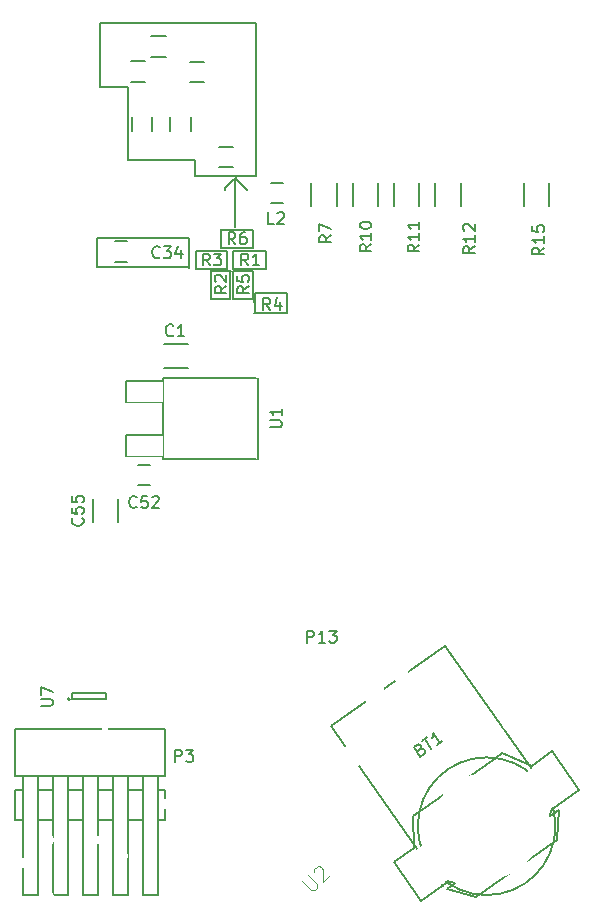
<source format=gbr>
G04 #@! TF.FileFunction,Legend,Top*
%FSLAX46Y46*%
G04 Gerber Fmt 4.6, Leading zero omitted, Abs format (unit mm)*
G04 Created by KiCad (PCBNEW 4.0.2-4+6225~38~ubuntu15.04.1-stable) date Mi 16 Mär 2016 01:27:49 CET*
%MOMM*%
G01*
G04 APERTURE LIST*
%ADD10C,0.150000*%
%ADD11C,0.200000*%
%ADD12C,0.088900*%
%ADD13C,1.700000*%
%ADD14C,4.000000*%
%ADD15C,3.649980*%
%ADD16R,1.501140X1.501140*%
%ADD17C,1.501140*%
%ADD18R,1.500000X1.300000*%
%ADD19R,1.300000X1.500000*%
%ADD20R,1.000000X1.250000*%
%ADD21R,1.500000X1.250000*%
%ADD22R,1.700000X0.900000*%
%ADD23R,3.048000X1.651000*%
%ADD24R,6.096000X6.096000*%
%ADD25R,1.050000X1.050000*%
%ADD26C,1.050000*%
%ADD27O,2.000000X3.014980*%
%ADD28O,3.014980X2.000000*%
%ADD29R,1.000000X1.600000*%
%ADD30R,1.600000X1.000000*%
%ADD31R,0.650000X1.060000*%
%ADD32R,1.270000X3.270000*%
%ADD33C,9.000000*%
%ADD34C,2.000000*%
%ADD35C,0.889000*%
%ADD36C,0.600000*%
G04 APERTURE END LIST*
D10*
D11*
X16078200Y-22110700D02*
X16078200Y-21983700D01*
X8293100Y-22110700D02*
X16078200Y-22110700D01*
X8293100Y-19646900D02*
X8293100Y-22110700D01*
X16052800Y-19646900D02*
X8293100Y-19646900D01*
X16052800Y-22174200D02*
X16052800Y-19646900D01*
X20015200Y-14427200D02*
X20015200Y-14605000D01*
X16560800Y-14427200D02*
X20015200Y-14427200D01*
X16560800Y-13081000D02*
X16560800Y-14427200D01*
X10922000Y-13081000D02*
X16560800Y-13081000D01*
X10922000Y-6883400D02*
X10922000Y-13081000D01*
X8509000Y-6883400D02*
X10922000Y-6883400D01*
X8509000Y-1498600D02*
X8509000Y-6883400D01*
X21742400Y-1498600D02*
X8509000Y-1498600D01*
X21742400Y-14452600D02*
X21742400Y-1498600D01*
X19989800Y-14452600D02*
X21742400Y-14452600D01*
X19126200Y-15392400D02*
X19126200Y-15621000D01*
X19888200Y-14630400D02*
X19126200Y-15392400D01*
X20980400Y-15570200D02*
X20980400Y-15621000D01*
X19989800Y-14579600D02*
X20980400Y-15570200D01*
X19989800Y-18694400D02*
X19989800Y-14579600D01*
X21666200Y-25984200D02*
X21615400Y-25984200D01*
X21666200Y-24333200D02*
X21666200Y-25984200D01*
X24409400Y-24333200D02*
X21666200Y-24333200D01*
X24409400Y-26035000D02*
X24409400Y-24333200D01*
X21615400Y-26035000D02*
X24409400Y-26035000D01*
X19329400Y-20751800D02*
X19329400Y-22250400D01*
X16687800Y-20751800D02*
X19329400Y-20751800D01*
X16687800Y-22326600D02*
X16687800Y-20751800D01*
X19202400Y-22326600D02*
X16687800Y-22326600D01*
X19659600Y-22479000D02*
X19100800Y-22479000D01*
X17932400Y-22479000D02*
X19659600Y-22479000D01*
X17907000Y-24841200D02*
X17907000Y-22352000D01*
X19583400Y-24841200D02*
X17907000Y-24841200D01*
X19583400Y-22453600D02*
X19583400Y-24841200D01*
X21539200Y-24841200D02*
X21539200Y-25044400D01*
X19837400Y-24841200D02*
X21539200Y-24841200D01*
X19837400Y-22453600D02*
X19837400Y-24841200D01*
X21513800Y-22453600D02*
X19837400Y-22453600D01*
X21513800Y-24866600D02*
X21513800Y-22453600D01*
X20243800Y-20777200D02*
X20243800Y-20726400D01*
X19812000Y-20777200D02*
X20243800Y-20777200D01*
X19812000Y-22275800D02*
X19812000Y-20777200D01*
X22631400Y-22275800D02*
X19812000Y-22275800D01*
X22631400Y-20777200D02*
X22631400Y-22275800D01*
X20243800Y-20777200D02*
X22631400Y-20777200D01*
X19405600Y-19024600D02*
X18872200Y-19024600D01*
X18821400Y-20472400D02*
X18821400Y-18897600D01*
X21513800Y-20472400D02*
X18821400Y-20472400D01*
X21513800Y-18999200D02*
X21513800Y-20472400D01*
X19405600Y-18999200D02*
X21513800Y-18999200D01*
D10*
X11150000Y-4675000D02*
X12350000Y-4675000D01*
X12350000Y-6425000D02*
X11150000Y-6425000D01*
X12975000Y-9450000D02*
X12975000Y-10650000D01*
X11225000Y-10650000D02*
X11225000Y-9450000D01*
X18600000Y-11925000D02*
X19800000Y-11925000D01*
X19800000Y-13675000D02*
X18600000Y-13675000D01*
X16225000Y-9450000D02*
X16225000Y-10650000D01*
X14475000Y-10650000D02*
X14475000Y-9450000D01*
X12900000Y-2575000D02*
X14100000Y-2575000D01*
X14100000Y-4325000D02*
X12900000Y-4325000D01*
X12750000Y-38900000D02*
X11750000Y-38900000D01*
X11750000Y-40600000D02*
X12750000Y-40600000D01*
X24034000Y-15009000D02*
X23034000Y-15009000D01*
X23034000Y-16709000D02*
X24034000Y-16709000D01*
X16150000Y-4725000D02*
X17350000Y-4725000D01*
X17350000Y-6475000D02*
X16150000Y-6475000D01*
X26425000Y-17000000D02*
X26425000Y-15000000D01*
X28575000Y-15000000D02*
X28575000Y-17000000D01*
X29925000Y-17000000D02*
X29925000Y-15000000D01*
X32075000Y-15000000D02*
X32075000Y-17000000D01*
X33425000Y-17000000D02*
X33425000Y-15000000D01*
X35575000Y-15000000D02*
X35575000Y-17000000D01*
X36925000Y-17000000D02*
X36925000Y-15000000D01*
X39075000Y-15000000D02*
X39075000Y-17000000D01*
X44425000Y-17000000D02*
X44425000Y-15000000D01*
X46575000Y-15000000D02*
X46575000Y-17000000D01*
X13882000Y-36369500D02*
X10707000Y-36369500D01*
X10707000Y-36369500D02*
X10707000Y-38147500D01*
X10707000Y-38147500D02*
X13882000Y-38147500D01*
X13882000Y-31797500D02*
X10707000Y-31797500D01*
X10707000Y-31797500D02*
X10707000Y-33575500D01*
X10707000Y-33575500D02*
X13882000Y-33575500D01*
X19978000Y-38401500D02*
X13882000Y-38401500D01*
X13882000Y-38401500D02*
X13882000Y-31543500D01*
X13882000Y-31543500D02*
X21756000Y-31543500D01*
X21883000Y-31543500D02*
X21883000Y-38401500D01*
X21756000Y-38401500D02*
X19978000Y-38401500D01*
X9826000Y-21662000D02*
X10826000Y-21662000D01*
X10826000Y-19962000D02*
X9826000Y-19962000D01*
X13961500Y-30663500D02*
X15961500Y-30663500D01*
X15961500Y-28613500D02*
X13961500Y-28613500D01*
X7975000Y-41750000D02*
X7975000Y-43750000D01*
X10025000Y-43750000D02*
X10025000Y-41750000D01*
X5996500Y-58720000D02*
G75*
G03X5996500Y-58720000I-100000J0D01*
G01*
X6146500Y-58170000D02*
X6146500Y-58670000D01*
X9046500Y-58170000D02*
X6146500Y-58170000D01*
X9046500Y-58670000D02*
X9046500Y-58170000D01*
X6146500Y-58670000D02*
X9046500Y-58670000D01*
X1985000Y-68950000D02*
X1350000Y-68950000D01*
X1985000Y-66375000D02*
X1350000Y-66375000D01*
X4525000Y-66375000D02*
X3255000Y-66375000D01*
X5795000Y-66375000D02*
X7065000Y-66375000D01*
X9605000Y-66375000D02*
X8335000Y-66375000D01*
X12145000Y-66375000D02*
X10875000Y-66375000D01*
X14050000Y-66375000D02*
X13415000Y-66375000D01*
X13450000Y-68950000D02*
X14050000Y-68950000D01*
X10875000Y-68950000D02*
X12145000Y-68950000D01*
X8335000Y-68950000D02*
X9605000Y-68950000D01*
X4525000Y-68950000D02*
X3255000Y-68950000D01*
X7065000Y-68950000D02*
X5795000Y-68950000D01*
X3255000Y-65200000D02*
X3255000Y-75265000D01*
X3255000Y-75265000D02*
X1985000Y-75265000D01*
X1985000Y-75265000D02*
X1985000Y-65200000D01*
X5795000Y-65200000D02*
X5795000Y-75265000D01*
X5795000Y-75265000D02*
X4525000Y-75265000D01*
X4525000Y-75265000D02*
X4525000Y-65200000D01*
X8335000Y-65200000D02*
X8335000Y-75265000D01*
X8335000Y-75265000D02*
X7065000Y-75265000D01*
X7065000Y-75265000D02*
X7065000Y-65200000D01*
X10875000Y-65200000D02*
X10875000Y-75265000D01*
X10875000Y-75265000D02*
X9605000Y-75265000D01*
X9605000Y-75265000D02*
X9605000Y-65200000D01*
X13415000Y-75265000D02*
X13415000Y-65200000D01*
X13415000Y-75265000D02*
X12145000Y-75265000D01*
X12145000Y-75265000D02*
X12145000Y-65200000D01*
X1350000Y-68950000D02*
X1350000Y-66450000D01*
X14050000Y-66450000D02*
X14050000Y-68950000D01*
X14050000Y-63200000D02*
X14050000Y-65200000D01*
X14050000Y-65200000D02*
X1350000Y-65200000D01*
X1350000Y-65200000D02*
X1350000Y-61200000D01*
X1350000Y-61200000D02*
X14050000Y-61200000D01*
X14050000Y-61200000D02*
X14050000Y-63200000D01*
X37589156Y-74491405D02*
X28125145Y-60975396D01*
X28125145Y-60975396D02*
X37791139Y-54207194D01*
X37791139Y-54207194D02*
X46107997Y-66084899D01*
X46107997Y-66084899D02*
X46026082Y-66142257D01*
X47105952Y-69469000D02*
G75*
G03X47105952Y-69469000I-5830952J0D01*
G01*
X42085230Y-63652340D02*
X42576721Y-63308195D01*
X42576721Y-63308195D02*
X45124675Y-64331880D01*
X35040522Y-68585098D02*
X35131020Y-71329512D01*
X35532013Y-68240952D02*
X35040522Y-68585098D01*
X40358298Y-75482290D02*
X47239175Y-70664248D01*
X47239175Y-70664248D02*
X47402665Y-68108222D01*
X47402665Y-68108222D02*
X46665428Y-68624440D01*
X46665428Y-68624440D02*
X46763659Y-68067349D01*
X40358298Y-75482290D02*
X37900502Y-74761708D01*
X37900502Y-74761708D02*
X38637738Y-74245489D01*
X38637738Y-74245489D02*
X37941374Y-74122702D01*
X35131020Y-71329512D02*
X33410800Y-72534023D01*
X45124675Y-64331880D02*
X46844894Y-63127369D01*
X35532013Y-68240952D02*
X42085230Y-63652340D01*
X33410800Y-72534023D02*
X35705106Y-75810631D01*
X35705106Y-75810631D02*
X38080647Y-74147259D01*
X46844894Y-63127369D02*
X49139200Y-66403977D01*
X49139200Y-66403977D02*
X46763659Y-68067349D01*
X26090714Y-53919381D02*
X26090714Y-52919381D01*
X26471667Y-52919381D01*
X26566905Y-52967000D01*
X26614524Y-53014619D01*
X26662143Y-53109857D01*
X26662143Y-53252714D01*
X26614524Y-53347952D01*
X26566905Y-53395571D01*
X26471667Y-53443190D01*
X26090714Y-53443190D01*
X27614524Y-53919381D02*
X27043095Y-53919381D01*
X27328809Y-53919381D02*
X27328809Y-52919381D01*
X27233571Y-53062238D01*
X27138333Y-53157476D01*
X27043095Y-53205095D01*
X27947857Y-52919381D02*
X28566905Y-52919381D01*
X28233571Y-53300333D01*
X28376429Y-53300333D01*
X28471667Y-53347952D01*
X28519286Y-53395571D01*
X28566905Y-53490810D01*
X28566905Y-53728905D01*
X28519286Y-53824143D01*
X28471667Y-53871762D01*
X28376429Y-53919381D01*
X28090714Y-53919381D01*
X27995476Y-53871762D01*
X27947857Y-53824143D01*
X17841934Y-21991581D02*
X17508600Y-21515390D01*
X17270505Y-21991581D02*
X17270505Y-20991581D01*
X17651458Y-20991581D01*
X17746696Y-21039200D01*
X17794315Y-21086819D01*
X17841934Y-21182057D01*
X17841934Y-21324914D01*
X17794315Y-21420152D01*
X17746696Y-21467771D01*
X17651458Y-21515390D01*
X17270505Y-21515390D01*
X18175267Y-20991581D02*
X18794315Y-20991581D01*
X18460981Y-21372533D01*
X18603839Y-21372533D01*
X18699077Y-21420152D01*
X18746696Y-21467771D01*
X18794315Y-21563010D01*
X18794315Y-21801105D01*
X18746696Y-21896343D01*
X18699077Y-21943962D01*
X18603839Y-21991581D01*
X18318124Y-21991581D01*
X18222886Y-21943962D01*
X18175267Y-21896343D01*
D12*
X25671814Y-74131834D02*
X26398787Y-74858807D01*
X26527076Y-74901570D01*
X26612603Y-74901571D01*
X26740893Y-74858807D01*
X26911944Y-74687755D01*
X26954708Y-74559465D01*
X26954707Y-74473939D01*
X26911944Y-74345650D01*
X26184972Y-73618677D01*
X26655366Y-73319335D02*
X26655366Y-73233809D01*
X26698129Y-73105520D01*
X26911944Y-72891704D01*
X27040234Y-72848940D01*
X27125760Y-72848940D01*
X27254050Y-72891704D01*
X27339576Y-72977230D01*
X27425102Y-73148283D01*
X27425102Y-74174597D01*
X27981023Y-73618677D01*
D10*
X19248381Y-23737866D02*
X18772190Y-24071200D01*
X19248381Y-24309295D02*
X18248381Y-24309295D01*
X18248381Y-23928342D01*
X18296000Y-23833104D01*
X18343619Y-23785485D01*
X18438857Y-23737866D01*
X18581714Y-23737866D01*
X18676952Y-23785485D01*
X18724571Y-23833104D01*
X18772190Y-23928342D01*
X18772190Y-24309295D01*
X18343619Y-23356914D02*
X18296000Y-23309295D01*
X18248381Y-23214057D01*
X18248381Y-22975961D01*
X18296000Y-22880723D01*
X18343619Y-22833104D01*
X18438857Y-22785485D01*
X18534095Y-22785485D01*
X18676952Y-22833104D01*
X19248381Y-23404533D01*
X19248381Y-22785485D01*
X22947334Y-25750781D02*
X22614000Y-25274590D01*
X22375905Y-25750781D02*
X22375905Y-24750781D01*
X22756858Y-24750781D01*
X22852096Y-24798400D01*
X22899715Y-24846019D01*
X22947334Y-24941257D01*
X22947334Y-25084114D01*
X22899715Y-25179352D01*
X22852096Y-25226971D01*
X22756858Y-25274590D01*
X22375905Y-25274590D01*
X23804477Y-25084114D02*
X23804477Y-25750781D01*
X23566381Y-24703162D02*
X23328286Y-25417448D01*
X23947334Y-25417448D01*
X21153381Y-23763266D02*
X20677190Y-24096600D01*
X21153381Y-24334695D02*
X20153381Y-24334695D01*
X20153381Y-23953742D01*
X20201000Y-23858504D01*
X20248619Y-23810885D01*
X20343857Y-23763266D01*
X20486714Y-23763266D01*
X20581952Y-23810885D01*
X20629571Y-23858504D01*
X20677190Y-23953742D01*
X20677190Y-24334695D01*
X20153381Y-22858504D02*
X20153381Y-23334695D01*
X20629571Y-23382314D01*
X20581952Y-23334695D01*
X20534333Y-23239457D01*
X20534333Y-23001361D01*
X20581952Y-22906123D01*
X20629571Y-22858504D01*
X20724810Y-22810885D01*
X20962905Y-22810885D01*
X21058143Y-22858504D01*
X21105762Y-22906123D01*
X21153381Y-23001361D01*
X21153381Y-23239457D01*
X21105762Y-23334695D01*
X21058143Y-23382314D01*
X20000934Y-20188181D02*
X19667600Y-19711990D01*
X19429505Y-20188181D02*
X19429505Y-19188181D01*
X19810458Y-19188181D01*
X19905696Y-19235800D01*
X19953315Y-19283419D01*
X20000934Y-19378657D01*
X20000934Y-19521514D01*
X19953315Y-19616752D01*
X19905696Y-19664371D01*
X19810458Y-19711990D01*
X19429505Y-19711990D01*
X20858077Y-19188181D02*
X20667600Y-19188181D01*
X20572362Y-19235800D01*
X20524743Y-19283419D01*
X20429505Y-19426276D01*
X20381886Y-19616752D01*
X20381886Y-19997705D01*
X20429505Y-20092943D01*
X20477124Y-20140562D01*
X20572362Y-20188181D01*
X20762839Y-20188181D01*
X20858077Y-20140562D01*
X20905696Y-20092943D01*
X20953315Y-19997705D01*
X20953315Y-19759610D01*
X20905696Y-19664371D01*
X20858077Y-19616752D01*
X20762839Y-19569133D01*
X20572362Y-19569133D01*
X20477124Y-19616752D01*
X20429505Y-19664371D01*
X20381886Y-19759610D01*
X11638043Y-42419543D02*
X11590424Y-42467162D01*
X11447567Y-42514781D01*
X11352329Y-42514781D01*
X11209471Y-42467162D01*
X11114233Y-42371924D01*
X11066614Y-42276686D01*
X11018995Y-42086210D01*
X11018995Y-41943352D01*
X11066614Y-41752876D01*
X11114233Y-41657638D01*
X11209471Y-41562400D01*
X11352329Y-41514781D01*
X11447567Y-41514781D01*
X11590424Y-41562400D01*
X11638043Y-41610019D01*
X12542805Y-41514781D02*
X12066614Y-41514781D01*
X12018995Y-41990971D01*
X12066614Y-41943352D01*
X12161852Y-41895733D01*
X12399948Y-41895733D01*
X12495186Y-41943352D01*
X12542805Y-41990971D01*
X12590424Y-42086210D01*
X12590424Y-42324305D01*
X12542805Y-42419543D01*
X12495186Y-42467162D01*
X12399948Y-42514781D01*
X12161852Y-42514781D01*
X12066614Y-42467162D01*
X12018995Y-42419543D01*
X12971376Y-41610019D02*
X13018995Y-41562400D01*
X13114233Y-41514781D01*
X13352329Y-41514781D01*
X13447567Y-41562400D01*
X13495186Y-41610019D01*
X13542805Y-41705257D01*
X13542805Y-41800495D01*
X13495186Y-41943352D01*
X12923757Y-42514781D01*
X13542805Y-42514781D01*
X23277534Y-18460981D02*
X22801343Y-18460981D01*
X22801343Y-17460981D01*
X23563248Y-17556219D02*
X23610867Y-17508600D01*
X23706105Y-17460981D01*
X23944201Y-17460981D01*
X24039439Y-17508600D01*
X24087058Y-17556219D01*
X24134677Y-17651457D01*
X24134677Y-17746695D01*
X24087058Y-17889552D01*
X23515629Y-18460981D01*
X24134677Y-18460981D01*
X21093134Y-21991581D02*
X20759800Y-21515390D01*
X20521705Y-21991581D02*
X20521705Y-20991581D01*
X20902658Y-20991581D01*
X20997896Y-21039200D01*
X21045515Y-21086819D01*
X21093134Y-21182057D01*
X21093134Y-21324914D01*
X21045515Y-21420152D01*
X20997896Y-21467771D01*
X20902658Y-21515390D01*
X20521705Y-21515390D01*
X22045515Y-21991581D02*
X21474086Y-21991581D01*
X21759800Y-21991581D02*
X21759800Y-20991581D01*
X21664562Y-21134438D01*
X21569324Y-21229676D01*
X21474086Y-21277295D01*
X28112981Y-19445266D02*
X27636790Y-19778600D01*
X28112981Y-20016695D02*
X27112981Y-20016695D01*
X27112981Y-19635742D01*
X27160600Y-19540504D01*
X27208219Y-19492885D01*
X27303457Y-19445266D01*
X27446314Y-19445266D01*
X27541552Y-19492885D01*
X27589171Y-19540504D01*
X27636790Y-19635742D01*
X27636790Y-20016695D01*
X27112981Y-19111933D02*
X27112981Y-18445266D01*
X28112981Y-18873838D01*
X31516581Y-20200857D02*
X31040390Y-20534191D01*
X31516581Y-20772286D02*
X30516581Y-20772286D01*
X30516581Y-20391333D01*
X30564200Y-20296095D01*
X30611819Y-20248476D01*
X30707057Y-20200857D01*
X30849914Y-20200857D01*
X30945152Y-20248476D01*
X30992771Y-20296095D01*
X31040390Y-20391333D01*
X31040390Y-20772286D01*
X31516581Y-19248476D02*
X31516581Y-19819905D01*
X31516581Y-19534191D02*
X30516581Y-19534191D01*
X30659438Y-19629429D01*
X30754676Y-19724667D01*
X30802295Y-19819905D01*
X30516581Y-18629429D02*
X30516581Y-18534190D01*
X30564200Y-18438952D01*
X30611819Y-18391333D01*
X30707057Y-18343714D01*
X30897533Y-18296095D01*
X31135629Y-18296095D01*
X31326105Y-18343714D01*
X31421343Y-18391333D01*
X31468962Y-18438952D01*
X31516581Y-18534190D01*
X31516581Y-18629429D01*
X31468962Y-18724667D01*
X31421343Y-18772286D01*
X31326105Y-18819905D01*
X31135629Y-18867524D01*
X30897533Y-18867524D01*
X30707057Y-18819905D01*
X30611819Y-18772286D01*
X30564200Y-18724667D01*
X30516581Y-18629429D01*
X35580581Y-20226257D02*
X35104390Y-20559591D01*
X35580581Y-20797686D02*
X34580581Y-20797686D01*
X34580581Y-20416733D01*
X34628200Y-20321495D01*
X34675819Y-20273876D01*
X34771057Y-20226257D01*
X34913914Y-20226257D01*
X35009152Y-20273876D01*
X35056771Y-20321495D01*
X35104390Y-20416733D01*
X35104390Y-20797686D01*
X35580581Y-19273876D02*
X35580581Y-19845305D01*
X35580581Y-19559591D02*
X34580581Y-19559591D01*
X34723438Y-19654829D01*
X34818676Y-19750067D01*
X34866295Y-19845305D01*
X35580581Y-18321495D02*
X35580581Y-18892924D01*
X35580581Y-18607210D02*
X34580581Y-18607210D01*
X34723438Y-18702448D01*
X34818676Y-18797686D01*
X34866295Y-18892924D01*
X40279581Y-20378657D02*
X39803390Y-20711991D01*
X40279581Y-20950086D02*
X39279581Y-20950086D01*
X39279581Y-20569133D01*
X39327200Y-20473895D01*
X39374819Y-20426276D01*
X39470057Y-20378657D01*
X39612914Y-20378657D01*
X39708152Y-20426276D01*
X39755771Y-20473895D01*
X39803390Y-20569133D01*
X39803390Y-20950086D01*
X40279581Y-19426276D02*
X40279581Y-19997705D01*
X40279581Y-19711991D02*
X39279581Y-19711991D01*
X39422438Y-19807229D01*
X39517676Y-19902467D01*
X39565295Y-19997705D01*
X39374819Y-19045324D02*
X39327200Y-18997705D01*
X39279581Y-18902467D01*
X39279581Y-18664371D01*
X39327200Y-18569133D01*
X39374819Y-18521514D01*
X39470057Y-18473895D01*
X39565295Y-18473895D01*
X39708152Y-18521514D01*
X40279581Y-19092943D01*
X40279581Y-18473895D01*
X46146981Y-20480257D02*
X45670790Y-20813591D01*
X46146981Y-21051686D02*
X45146981Y-21051686D01*
X45146981Y-20670733D01*
X45194600Y-20575495D01*
X45242219Y-20527876D01*
X45337457Y-20480257D01*
X45480314Y-20480257D01*
X45575552Y-20527876D01*
X45623171Y-20575495D01*
X45670790Y-20670733D01*
X45670790Y-21051686D01*
X46146981Y-19527876D02*
X46146981Y-20099305D01*
X46146981Y-19813591D02*
X45146981Y-19813591D01*
X45289838Y-19908829D01*
X45385076Y-20004067D01*
X45432695Y-20099305D01*
X45146981Y-18623114D02*
X45146981Y-19099305D01*
X45623171Y-19146924D01*
X45575552Y-19099305D01*
X45527933Y-19004067D01*
X45527933Y-18765971D01*
X45575552Y-18670733D01*
X45623171Y-18623114D01*
X45718410Y-18575495D01*
X45956505Y-18575495D01*
X46051743Y-18623114D01*
X46099362Y-18670733D01*
X46146981Y-18765971D01*
X46146981Y-19004067D01*
X46099362Y-19099305D01*
X46051743Y-19146924D01*
X22921981Y-35686905D02*
X23731505Y-35686905D01*
X23826743Y-35639286D01*
X23874362Y-35591667D01*
X23921981Y-35496429D01*
X23921981Y-35305952D01*
X23874362Y-35210714D01*
X23826743Y-35163095D01*
X23731505Y-35115476D01*
X22921981Y-35115476D01*
X23921981Y-34115476D02*
X23921981Y-34686905D01*
X23921981Y-34401191D02*
X22921981Y-34401191D01*
X23064838Y-34496429D01*
X23160076Y-34591667D01*
X23207695Y-34686905D01*
X13593843Y-21274043D02*
X13546224Y-21321662D01*
X13403367Y-21369281D01*
X13308129Y-21369281D01*
X13165271Y-21321662D01*
X13070033Y-21226424D01*
X13022414Y-21131186D01*
X12974795Y-20940710D01*
X12974795Y-20797852D01*
X13022414Y-20607376D01*
X13070033Y-20512138D01*
X13165271Y-20416900D01*
X13308129Y-20369281D01*
X13403367Y-20369281D01*
X13546224Y-20416900D01*
X13593843Y-20464519D01*
X13927176Y-20369281D02*
X14546224Y-20369281D01*
X14212890Y-20750233D01*
X14355748Y-20750233D01*
X14450986Y-20797852D01*
X14498605Y-20845471D01*
X14546224Y-20940710D01*
X14546224Y-21178805D01*
X14498605Y-21274043D01*
X14450986Y-21321662D01*
X14355748Y-21369281D01*
X14070033Y-21369281D01*
X13974795Y-21321662D01*
X13927176Y-21274043D01*
X15403367Y-20702614D02*
X15403367Y-21369281D01*
X15165271Y-20321662D02*
X14927176Y-21035948D01*
X15546224Y-21035948D01*
X14743134Y-27890743D02*
X14695515Y-27938362D01*
X14552658Y-27985981D01*
X14457420Y-27985981D01*
X14314562Y-27938362D01*
X14219324Y-27843124D01*
X14171705Y-27747886D01*
X14124086Y-27557410D01*
X14124086Y-27414552D01*
X14171705Y-27224076D01*
X14219324Y-27128838D01*
X14314562Y-27033600D01*
X14457420Y-26985981D01*
X14552658Y-26985981D01*
X14695515Y-27033600D01*
X14743134Y-27081219D01*
X15695515Y-27985981D02*
X15124086Y-27985981D01*
X15409800Y-27985981D02*
X15409800Y-26985981D01*
X15314562Y-27128838D01*
X15219324Y-27224076D01*
X15124086Y-27271695D01*
X7057143Y-43392857D02*
X7104762Y-43440476D01*
X7152381Y-43583333D01*
X7152381Y-43678571D01*
X7104762Y-43821429D01*
X7009524Y-43916667D01*
X6914286Y-43964286D01*
X6723810Y-44011905D01*
X6580952Y-44011905D01*
X6390476Y-43964286D01*
X6295238Y-43916667D01*
X6200000Y-43821429D01*
X6152381Y-43678571D01*
X6152381Y-43583333D01*
X6200000Y-43440476D01*
X6247619Y-43392857D01*
X6152381Y-42488095D02*
X6152381Y-42964286D01*
X6628571Y-43011905D01*
X6580952Y-42964286D01*
X6533333Y-42869048D01*
X6533333Y-42630952D01*
X6580952Y-42535714D01*
X6628571Y-42488095D01*
X6723810Y-42440476D01*
X6961905Y-42440476D01*
X7057143Y-42488095D01*
X7104762Y-42535714D01*
X7152381Y-42630952D01*
X7152381Y-42869048D01*
X7104762Y-42964286D01*
X7057143Y-43011905D01*
X6152381Y-41535714D02*
X6152381Y-42011905D01*
X6628571Y-42059524D01*
X6580952Y-42011905D01*
X6533333Y-41916667D01*
X6533333Y-41678571D01*
X6580952Y-41583333D01*
X6628571Y-41535714D01*
X6723810Y-41488095D01*
X6961905Y-41488095D01*
X7057143Y-41535714D01*
X7104762Y-41583333D01*
X7152381Y-41678571D01*
X7152381Y-41916667D01*
X7104762Y-42011905D01*
X7057143Y-42059524D01*
X3541781Y-59283505D02*
X4351305Y-59283505D01*
X4446543Y-59235886D01*
X4494162Y-59188267D01*
X4541781Y-59093029D01*
X4541781Y-58902552D01*
X4494162Y-58807314D01*
X4446543Y-58759695D01*
X4351305Y-58712076D01*
X3541781Y-58712076D01*
X3541781Y-58331124D02*
X3541781Y-57664457D01*
X4541781Y-58093029D01*
X14908305Y-64003181D02*
X14908305Y-63003181D01*
X15289258Y-63003181D01*
X15384496Y-63050800D01*
X15432115Y-63098419D01*
X15479734Y-63193657D01*
X15479734Y-63336514D01*
X15432115Y-63431752D01*
X15384496Y-63479371D01*
X15289258Y-63526990D01*
X14908305Y-63526990D01*
X15813067Y-63003181D02*
X16432115Y-63003181D01*
X16098781Y-63384133D01*
X16241639Y-63384133D01*
X16336877Y-63431752D01*
X16384496Y-63479371D01*
X16432115Y-63574610D01*
X16432115Y-63812705D01*
X16384496Y-63907943D01*
X16336877Y-63955562D01*
X16241639Y-64003181D01*
X15955924Y-64003181D01*
X15860686Y-63955562D01*
X15813067Y-63907943D01*
X35637411Y-62952356D02*
X35781746Y-62909424D01*
X35848066Y-62921119D01*
X35941700Y-62971820D01*
X36023639Y-63088841D01*
X36039258Y-63194169D01*
X36027564Y-63260489D01*
X35976863Y-63354123D01*
X35664805Y-63572628D01*
X35091228Y-62753476D01*
X35364279Y-62562284D01*
X35469607Y-62546665D01*
X35535927Y-62558359D01*
X35629561Y-62609060D01*
X35684187Y-62687074D01*
X35699806Y-62792402D01*
X35688112Y-62858722D01*
X35637411Y-62952356D01*
X35364360Y-63143548D01*
X35793359Y-62261839D02*
X36261446Y-61934081D01*
X36600978Y-62917113D02*
X36027402Y-62097960D01*
X37537153Y-62261596D02*
X37069066Y-62589354D01*
X37303109Y-62425476D02*
X36729532Y-61606323D01*
X36733457Y-61777971D01*
X36710069Y-61910612D01*
X36659368Y-62004245D01*
%LPC*%
D13*
X39160000Y-87100000D03*
X36620000Y-87100000D03*
X34080000Y-87100000D03*
X31540000Y-87100000D03*
X29000000Y-87100000D03*
X26460000Y-87100000D03*
X23920000Y-87100000D03*
X21380000Y-87100000D03*
D14*
X46050000Y-86100000D03*
X11950000Y-86100000D03*
X46050000Y-24900000D03*
X11950000Y-24900000D03*
D13*
X18840000Y-87100000D03*
D15*
X19438520Y-9000000D03*
X7569100Y-9000000D03*
D16*
X9055000Y-15350000D03*
D17*
X10325000Y-17890000D03*
X11595000Y-15350000D03*
X12865000Y-17890000D03*
X14135000Y-15350000D03*
X15405000Y-17890000D03*
X16675000Y-15350000D03*
X17945000Y-17890000D03*
D18*
X13100000Y-5550000D03*
X10400000Y-5550000D03*
D19*
X12100000Y-11400000D03*
X12100000Y-8700000D03*
D18*
X20550000Y-12800000D03*
X17850000Y-12800000D03*
D19*
X15350000Y-11400000D03*
X15350000Y-8700000D03*
D18*
X14850000Y-3450000D03*
X12150000Y-3450000D03*
D20*
X11250000Y-39750000D03*
X13250000Y-39750000D03*
D21*
X22284000Y-15859000D03*
X24784000Y-15859000D03*
D18*
X18100000Y-5600000D03*
X15400000Y-5600000D03*
D22*
X27500000Y-14550000D03*
X27500000Y-17450000D03*
X31000000Y-14550000D03*
X31000000Y-17450000D03*
X34500000Y-14550000D03*
X34500000Y-17450000D03*
X38000000Y-14550000D03*
X38000000Y-17450000D03*
X45500000Y-14550000D03*
X45500000Y-17450000D03*
D23*
X12358000Y-32686500D03*
D24*
X18708000Y-34972500D03*
D23*
X12358000Y-37258500D03*
D25*
X24232500Y-55927500D03*
D26*
X25502500Y-55927500D03*
X26772500Y-55927500D03*
X28042500Y-55927500D03*
X29312500Y-55927500D03*
X25502500Y-57197500D03*
X26772500Y-57197500D03*
X28042500Y-57197500D03*
X29312500Y-57197500D03*
X24232500Y-57197500D03*
D27*
X38000000Y-4500000D03*
X34500000Y-4500000D03*
X31000000Y-4500000D03*
X27500000Y-4500000D03*
X24000000Y-4500000D03*
X38000000Y-11500000D03*
X34500000Y-11500000D03*
X31000000Y-11500000D03*
X24000000Y-11500000D03*
X27500000Y-11500000D03*
D28*
X51235000Y-80982000D03*
X51235000Y-77482000D03*
X44235000Y-77482000D03*
X44235000Y-80982000D03*
D27*
X45250000Y-4500000D03*
X41750000Y-4500000D03*
X41750000Y-11500000D03*
X45250000Y-11500000D03*
X52500000Y-4500000D03*
X49000000Y-4500000D03*
X49000000Y-11500000D03*
X52500000Y-11500000D03*
D28*
X43981000Y-60565000D03*
X50981000Y-60565000D03*
X50981000Y-57065000D03*
X43981000Y-57065000D03*
X50981000Y-29065000D03*
X43981000Y-29065000D03*
X50981000Y-53565000D03*
X43981000Y-53565000D03*
X50981000Y-50065000D03*
X43981000Y-50065000D03*
X50981000Y-46565000D03*
X50981000Y-43065000D03*
X50981000Y-39565000D03*
X50981000Y-36065000D03*
X50981000Y-32565000D03*
X43981000Y-46565000D03*
X43981000Y-43065000D03*
X43981000Y-39565000D03*
X43981000Y-32565000D03*
X43981000Y-36065000D03*
D20*
X11326000Y-20812000D03*
X9326000Y-20812000D03*
D29*
X16461500Y-29638500D03*
X13461500Y-29638500D03*
D30*
X9000000Y-44250000D03*
X9000000Y-41250000D03*
D31*
X6646500Y-59520000D03*
X7596500Y-59520000D03*
X8546500Y-59520000D03*
X8546500Y-57320000D03*
X6646500Y-57320000D03*
D32*
X2620000Y-63200000D03*
X5160000Y-63200000D03*
X7700000Y-63200000D03*
X10240000Y-63200000D03*
X12780000Y-63200000D03*
D10*
G36*
X35713264Y-75560764D02*
X33648389Y-72611816D01*
X36023930Y-70948444D01*
X38088805Y-73897392D01*
X35713264Y-75560764D01*
X35713264Y-75560764D01*
G37*
D33*
X41275000Y-69469000D03*
D10*
G36*
X46526070Y-67989556D02*
X44461195Y-65040608D01*
X46836736Y-63377236D01*
X48901611Y-66326184D01*
X46526070Y-67989556D01*
X46526070Y-67989556D01*
G37*
D34*
X31662000Y-58086500D03*
X29820500Y-63611000D03*
X19241400Y-54594000D03*
X19165200Y-50174400D03*
D35*
X8250000Y-38000000D03*
X8250000Y-39000000D03*
X8250000Y-40000000D03*
X9500000Y-39000000D03*
X9500000Y-40000000D03*
X9500000Y-38000000D03*
D34*
X40806000Y-56118000D03*
X33694000Y-56118000D03*
X10376800Y-82229200D03*
X15914000Y-75676000D03*
D35*
X23216500Y-65135000D03*
X23216500Y-66659000D03*
D36*
X20387843Y-71450343D03*
X21375000Y-72628000D03*
X21502000Y-76311000D03*
X22899000Y-78089000D03*
X26963000Y-77581000D03*
X25312000Y-79359000D03*
X28487000Y-76057000D03*
X30138000Y-74533000D03*
X31916000Y-72628000D03*
X31789000Y-70596000D03*
X29630000Y-68437000D03*
X28614000Y-68183000D03*
X26328000Y-70342000D03*
X25185000Y-70977000D03*
X23407000Y-69326000D03*
X21883000Y-69326000D03*
X25058000Y-78597000D03*
X28106000Y-69199000D03*
D35*
X9900000Y-77050000D03*
X10500000Y-72000000D03*
X38000000Y-19250000D03*
X27500000Y-16200000D03*
X4200000Y-70600000D03*
X4231000Y-75488800D03*
X1950000Y-72600000D03*
X6700000Y-34500000D03*
X2200000Y-39000000D03*
X37500000Y-26500000D03*
X47854500Y-21764500D03*
X44000000Y-22000000D03*
X54000000Y-14000000D03*
X51000000Y-66500000D03*
X53975000Y-86868000D03*
X53975000Y-90805000D03*
X43053000Y-88011000D03*
X51435000Y-83947000D03*
X2159000Y-90424000D03*
X6731000Y-77089000D03*
X17500000Y-64500000D03*
X41084500Y-76263500D03*
X17500000Y-89000000D03*
X6500000Y-83500000D03*
X5500000Y-87000000D03*
X5422900Y-47231300D03*
X4053200Y-40563800D03*
X5323200Y-43815000D03*
X14961500Y-57007000D03*
X17438000Y-68818000D03*
X15000000Y-65000000D03*
X36107000Y-83804000D03*
X30849200Y-76184000D03*
X20638400Y-80375000D03*
X14923400Y-73948800D03*
X34750000Y-33750000D03*
X5500000Y-24250000D03*
X29250000Y-41250000D03*
X28000000Y-66250000D03*
X28000000Y-22750000D03*
X23750000Y-20750000D03*
X19500000Y-40500000D03*
X18250000Y-31000000D03*
X19750000Y-29500000D03*
X18250000Y-29500000D03*
X12548500Y-43989500D03*
X16104500Y-42084500D03*
X22327500Y-56816500D03*
X33948000Y-20939000D03*
X35599000Y-22590000D03*
X24750000Y-34250000D03*
X25750000Y-41000000D03*
X16000000Y-45500000D03*
X17750000Y-47250000D03*
X31500000Y-47750000D03*
X28000000Y-48000000D03*
X40679000Y-60182000D03*
X23661000Y-63611000D03*
X30265000Y-66913000D03*
X19851000Y-76311000D03*
X19748500Y-73025000D03*
X52426500Y-21383500D03*
X34964000Y-37576000D03*
X38520000Y-39354000D03*
X24550000Y-36560000D03*
X28614000Y-30464000D03*
X26836000Y-31988000D03*
X32932000Y-22844000D03*
X13882000Y-60182000D03*
X8100000Y-70600000D03*
X23534000Y-26654000D03*
X25820000Y-27416000D03*
X14136000Y-67548000D03*
D36*
X17133200Y-72983600D03*
X15710800Y-72983600D03*
D35*
X11850000Y-29702000D03*
X11850000Y-28432000D03*
X10580000Y-29702000D03*
X9310000Y-28432000D03*
X9310000Y-29702000D03*
X10580000Y-28432000D03*
X7532000Y-19796000D03*
X5000000Y-22000000D03*
X7250000Y-12750000D03*
X5250000Y-2250000D03*
X20250000Y-2500000D03*
X18000000Y-4000000D03*
X17500000Y-26900000D03*
D36*
X9501500Y-56578500D03*
X8358500Y-55943500D03*
D35*
X50990500Y-69913500D03*
D36*
X8955400Y-61341000D03*
X7533000Y-54864000D03*
M02*

</source>
